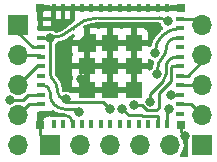
<source format=gbr>
%TF.GenerationSoftware,KiCad,Pcbnew,(6.0.2-0)*%
%TF.CreationDate,2022-05-01T12:34:24+01:00*%
%TF.ProjectId,Generic6,47656e65-7269-4633-962e-6b696361645f,1*%
%TF.SameCoordinates,Original*%
%TF.FileFunction,Copper,L1,Top*%
%TF.FilePolarity,Positive*%
%FSLAX46Y46*%
G04 Gerber Fmt 4.6, Leading zero omitted, Abs format (unit mm)*
G04 Created by KiCad (PCBNEW (6.0.2-0)) date 2022-05-01 12:34:24*
%MOMM*%
%LPD*%
G01*
G04 APERTURE LIST*
G04 Aperture macros list*
%AMOutline5P*
0 Free polygon, 5 corners , with rotation*
0 The origin of the aperture is its center*
0 number of corners: always 5*
0 $1 to $10 corner X, Y*
0 $11 Rotation angle, in degrees counterclockwise*
0 create outline with 5 corners*
4,1,5,$1,$2,$3,$4,$5,$6,$7,$8,$9,$10,$1,$2,$11*%
%AMOutline6P*
0 Free polygon, 6 corners , with rotation*
0 The origin of the aperture is its center*
0 number of corners: always 6*
0 $1 to $12 corner X, Y*
0 $13 Rotation angle, in degrees counterclockwise*
0 create outline with 6 corners*
4,1,6,$1,$2,$3,$4,$5,$6,$7,$8,$9,$10,$11,$12,$1,$2,$13*%
%AMOutline7P*
0 Free polygon, 7 corners , with rotation*
0 The origin of the aperture is its center*
0 number of corners: always 7*
0 $1 to $14 corner X, Y*
0 $15 Rotation angle, in degrees counterclockwise*
0 create outline with 7 corners*
4,1,7,$1,$2,$3,$4,$5,$6,$7,$8,$9,$10,$11,$12,$13,$14,$1,$2,$15*%
%AMOutline8P*
0 Free polygon, 8 corners , with rotation*
0 The origin of the aperture is its center*
0 number of corners: always 8*
0 $1 to $16 corner X, Y*
0 $17 Rotation angle, in degrees counterclockwise*
0 create outline with 8 corners*
4,1,8,$1,$2,$3,$4,$5,$6,$7,$8,$9,$10,$11,$12,$13,$14,$15,$16,$1,$2,$17*%
G04 Aperture macros list end*
%TA.AperFunction,ComponentPad*%
%ADD10R,1.700000X1.700000*%
%TD*%
%TA.AperFunction,ComponentPad*%
%ADD11O,1.700000X1.700000*%
%TD*%
%TA.AperFunction,SMDPad,CuDef*%
%ADD12R,0.800000X0.400000*%
%TD*%
%TA.AperFunction,SMDPad,CuDef*%
%ADD13R,0.400000X0.800000*%
%TD*%
%TA.AperFunction,SMDPad,CuDef*%
%ADD14R,1.450000X1.450000*%
%TD*%
%TA.AperFunction,SMDPad,CuDef*%
%ADD15Outline5P,-0.725000X0.130500X-0.130500X0.725000X0.725000X0.725000X0.725000X-0.725000X-0.725000X-0.725000X0.000000*%
%TD*%
%TA.AperFunction,SMDPad,CuDef*%
%ADD16R,0.700000X0.700000*%
%TD*%
%TA.AperFunction,ViaPad*%
%ADD17C,0.800000*%
%TD*%
%TA.AperFunction,Conductor*%
%ADD18C,0.250000*%
%TD*%
G04 APERTURE END LIST*
D10*
%TO.P,J3,1,Pin_1*%
%TO.N,IO1*%
X107800000Y-50900000D03*
D11*
%TO.P,J3,2,Pin_2*%
%TO.N,IO2*%
X107800000Y-48360000D03*
%TO.P,J3,3,Pin_3*%
%TO.N,IO3*%
X107800000Y-45820000D03*
%TO.P,J3,4,Pin_4*%
%TO.N,IO4*%
X107800000Y-43280000D03*
%TO.P,J3,5,Pin_5*%
%TO.N,IO5*%
X107800000Y-40740000D03*
%TD*%
D10*
%TO.P,J2,1,Pin_1*%
%TO.N,IO6*%
X92200000Y-40725000D03*
D11*
%TO.P,J2,2,Pin_2*%
%TO.N,IO7*%
X92200000Y-43265000D03*
%TO.P,J2,3,Pin_3*%
%TO.N,IO8*%
X92200000Y-45805000D03*
%TO.P,J2,4,Pin_4*%
%TO.N,IO9*%
X92200000Y-48345000D03*
%TO.P,J2,5,Pin_5*%
%TO.N,IO10*%
X92200000Y-50885000D03*
%TD*%
D12*
%TO.P,U1,1,GND*%
%TO.N,GND*%
X94100000Y-40193250D03*
%TO.P,U1,2,GND*%
X94100000Y-40993250D03*
%TO.P,U1,3,3V3*%
%TO.N,+3V3*%
X94100000Y-41793250D03*
%TO.P,U1,4,I36*%
%TO.N,IO6*%
X94100000Y-42593250D03*
%TO.P,U1,5,I37*%
%TO.N,IO7*%
X94100000Y-43393250D03*
%TO.P,U1,6,I38*%
%TO.N,IO8*%
X94100000Y-44193250D03*
%TO.P,U1,7,I39*%
%TO.N,unconnected-(U1-Pad7)*%
X94100000Y-44993250D03*
%TO.P,U1,8,EN*%
%TO.N,EN*%
X94100000Y-45793250D03*
%TO.P,U1,9,I34*%
%TO.N,IO10*%
X94100000Y-46593250D03*
%TO.P,U1,10,I35*%
%TO.N,IO9*%
X94100000Y-47393250D03*
%TO.P,U1,11,GND*%
%TO.N,GND*%
X94100000Y-48193250D03*
D13*
%TO.P,U1,12,IO32*%
%TO.N,unconnected-(U1-Pad12)*%
X95200000Y-49093250D03*
%TO.P,U1,13,IO33*%
%TO.N,unconnected-(U1-Pad13)*%
X96000000Y-49093250D03*
%TO.P,U1,14,GND*%
%TO.N,GND*%
X96800000Y-49093250D03*
%TO.P,U1,15,IO25*%
%TO.N,unconnected-(U1-Pad15)*%
X97600000Y-49093250D03*
%TO.P,U1,16,IO26*%
%TO.N,unconnected-(U1-Pad16)*%
X98400000Y-49093250D03*
%TO.P,U1,17,IO27*%
%TO.N,unconnected-(U1-Pad17)*%
X99200000Y-49093250D03*
%TO.P,U1,18,IO14*%
%TO.N,unconnected-(U1-Pad18)*%
X100000000Y-49093250D03*
%TO.P,U1,19,IO12*%
%TO.N,unconnected-(U1-Pad19)*%
X100800000Y-49093250D03*
%TO.P,U1,20,IO13*%
%TO.N,unconnected-(U1-Pad20)*%
X101600000Y-49093250D03*
%TO.P,U1,21,IO15*%
%TO.N,unconnected-(U1-Pad21)*%
X102400000Y-49093250D03*
%TO.P,U1,22,IO2*%
%TO.N,unconnected-(U1-Pad22)*%
X103200000Y-49093250D03*
%TO.P,U1,23,IO0*%
%TO.N,GPIO0*%
X104000000Y-49093250D03*
%TO.P,U1,24,IO4*%
%TO.N,IO1*%
X104800000Y-49093250D03*
D12*
%TO.P,U1,25,NC*%
%TO.N,unconnected-(U1-Pad25)*%
X105900000Y-48193250D03*
%TO.P,U1,26,IO20*%
%TO.N,IO2*%
X105900000Y-47393250D03*
%TO.P,U1,27,IO7*%
%TO.N,B*%
X105900000Y-46593250D03*
%TO.P,U1,28,IO8*%
%TO.N,IO3*%
X105900000Y-45793250D03*
%TO.P,U1,29,IO5*%
%TO.N,IO4*%
X105900000Y-44993250D03*
%TO.P,U1,30,RXD0*%
%TO.N,RX*%
X105900000Y-44193250D03*
%TO.P,U1,31,TXD0*%
%TO.N,TX*%
X105900000Y-43393250D03*
%TO.P,U1,32,NC*%
%TO.N,unconnected-(U1-Pad32)*%
X105900000Y-42593250D03*
%TO.P,U1,33,IO19*%
%TO.N,G*%
X105900000Y-41793250D03*
%TO.P,U1,34,IO22*%
%TO.N,R*%
X105900000Y-40993250D03*
%TO.P,U1,35,IO21*%
%TO.N,IO5*%
X105900000Y-40193250D03*
D13*
%TO.P,U1,36,GND*%
%TO.N,GND*%
X104800000Y-39293250D03*
%TO.P,U1,37,GND*%
X104000000Y-39293250D03*
%TO.P,U1,38,GND*%
X103200000Y-39293250D03*
%TO.P,U1,39,GND*%
X102400000Y-39293250D03*
%TO.P,U1,40,GND*%
X101600000Y-39293250D03*
%TO.P,U1,41,GND*%
X100800000Y-39293250D03*
%TO.P,U1,42,GND*%
X100000000Y-39293250D03*
%TO.P,U1,43,GND*%
X99200000Y-39293250D03*
%TO.P,U1,44,GND*%
X98400000Y-39293250D03*
%TO.P,U1,45,GND*%
X97600000Y-39293250D03*
%TO.P,U1,46,GND*%
X96800000Y-39293250D03*
%TO.P,U1,47,GND*%
X96000000Y-39293250D03*
%TO.P,U1,48,GND*%
X95200000Y-39293250D03*
D14*
%TO.P,U1,49,GND*%
X101975000Y-44193250D03*
X98025000Y-44193250D03*
X100000000Y-44193250D03*
X101975000Y-42218250D03*
X101975000Y-46168250D03*
D15*
X98025000Y-42218250D03*
D14*
X100000000Y-42218250D03*
X98025000Y-46168250D03*
X100000000Y-46168250D03*
D16*
%TO.P,U1,50,GND*%
X105950000Y-39243250D03*
%TO.P,U1,51,GND*%
X105950000Y-49143250D03*
%TO.P,U1,52,GND*%
X94050000Y-49143250D03*
%TO.P,U1,53,GND*%
X94050000Y-39243250D03*
%TD*%
D10*
%TO.P,J1,1,GND*%
%TO.N,GND*%
X94930000Y-50900000D03*
D11*
%TO.P,J1,2,0*%
%TO.N,GPIO0*%
X97470000Y-50900000D03*
%TO.P,J1,3,3V3*%
%TO.N,+3V3*%
X100010000Y-50900000D03*
%TO.P,J1,4,Rx*%
%TO.N,RX*%
X102550000Y-50900000D03*
%TO.P,J1,5,Tx*%
%TO.N,TX*%
X105090000Y-50900000D03*
%TD*%
D17*
%TO.N,IO10*%
X91499500Y-47076004D03*
%TO.N,IO1*%
X104927650Y-47771626D03*
%TO.N,GND*%
X106330718Y-50126609D03*
%TO.N,TX*%
X103400000Y-47194717D03*
%TO.N,RX*%
X102000000Y-47492752D03*
%TO.N,GPIO0*%
X101000000Y-47800000D03*
%TO.N,+3V3*%
X99987701Y-47812299D03*
%TO.N,GND*%
X97540500Y-45250000D03*
X95950000Y-40625000D03*
%TO.N,EN*%
X97350097Y-48050500D03*
%TO.N,R*%
X103800000Y-43050000D03*
%TO.N,G*%
X103989877Y-44851802D03*
%TO.N,B*%
X105104749Y-46631984D03*
%TO.N,+3V3*%
X96225500Y-47000000D03*
X104884187Y-40391384D03*
X94925000Y-41825000D03*
%TD*%
D18*
%TO.N,IO9*%
X94100000Y-47393250D02*
X93151750Y-47393250D01*
X93151750Y-47393250D02*
X92200000Y-48345000D01*
%TO.N,IO10*%
X94100000Y-46593250D02*
X93072760Y-46593250D01*
X93072760Y-46593250D02*
X92590006Y-47076004D01*
X92590006Y-47076004D02*
X91499500Y-47076004D01*
%TO.N,IO8*%
X94100000Y-44193250D02*
X93811750Y-44193250D01*
X93811750Y-44193250D02*
X92200000Y-45805000D01*
%TO.N,IO7*%
X92200000Y-43265000D02*
X93971750Y-43265000D01*
X93971750Y-43265000D02*
X94100000Y-43393250D01*
%TO.N,IO6*%
X92200000Y-40725000D02*
X92200000Y-41343250D01*
X92200000Y-41343250D02*
X93450000Y-42593250D01*
X93450000Y-42593250D02*
X94100000Y-42593250D01*
%TO.N,IO1*%
X104800000Y-49093250D02*
X104800000Y-47899276D01*
X104800000Y-47899276D02*
X104927650Y-47771626D01*
%TO.N,GND*%
X105950000Y-49745891D02*
X106330718Y-50126609D01*
X105950000Y-49143250D02*
X105950000Y-49745891D01*
%TO.N,IO2*%
X105900000Y-47393250D02*
X106833250Y-47393250D01*
X106833250Y-47393250D02*
X107800000Y-48360000D01*
%TO.N,IO3*%
X105900000Y-45793250D02*
X107773250Y-45793250D01*
X107773250Y-45793250D02*
X107800000Y-45820000D01*
%TO.N,IO4*%
X105900000Y-44993250D02*
X106550000Y-44993250D01*
X106550000Y-44993250D02*
X107800000Y-43743250D01*
X107800000Y-43743250D02*
X107800000Y-43280000D01*
%TO.N,IO5*%
X105900000Y-40193250D02*
X107253250Y-40193250D01*
X107253250Y-40193250D02*
X107800000Y-40740000D01*
%TO.N,B*%
X105143483Y-46593250D02*
X105104749Y-46631984D01*
X105900000Y-46593250D02*
X105143483Y-46593250D01*
%TO.N,TX*%
X104720561Y-44850573D02*
G75*
G02*
X104487714Y-45412714I-794988J0D01*
G01*
X105647874Y-43393250D02*
G75*
G03*
X104720562Y-44320562I-1J-927311D01*
G01*
X103400000Y-47194717D02*
X103400000Y-46500430D01*
X103400000Y-46500430D02*
X104487715Y-45412715D01*
X104720562Y-44850573D02*
X104720562Y-44320562D01*
X105647874Y-43393250D02*
X105900000Y-43393250D01*
%TO.N,GPIO0*%
X104000000Y-49093250D02*
X104000000Y-48443250D01*
X104000000Y-48443250D02*
X103925489Y-48368739D01*
X102687938Y-48348242D02*
X101548242Y-48348242D01*
X103925489Y-48368739D02*
X102708434Y-48368738D01*
X102708434Y-48368738D02*
X102687938Y-48348242D01*
X101548242Y-48348242D02*
X101000000Y-47800000D01*
%TO.N,RX*%
X105175489Y-44267761D02*
X105250000Y-44193250D01*
X104124501Y-47700099D02*
X104124501Y-46454463D01*
X103905372Y-47919228D02*
X104124501Y-47700099D01*
X105175489Y-45403475D02*
X105175489Y-44267761D01*
X104124501Y-46454463D02*
X105175489Y-45403475D01*
X102000000Y-47492752D02*
X102668152Y-47492752D01*
X102668152Y-47492752D02*
X103094627Y-47919227D01*
X105250000Y-44193250D02*
X105900000Y-44193250D01*
X103094627Y-47919227D02*
X103905372Y-47919228D01*
%TO.N,+3V3*%
X96225500Y-47000000D02*
X96443261Y-47217761D01*
X96443261Y-47217761D02*
X99393163Y-47217761D01*
X99393163Y-47217761D02*
X99987701Y-47812299D01*
%TO.N,EN*%
X97324499Y-48024902D02*
X97350097Y-48050500D01*
X96100000Y-47800000D02*
X97058883Y-47800000D01*
X94100000Y-45793250D02*
X94293250Y-45793250D01*
X96100000Y-47800000D02*
G75*
G02*
X94900000Y-46600000I0J1200000D01*
G01*
X97324498Y-47960150D02*
G75*
G03*
X97058883Y-47800001I-268188J-144461D01*
G01*
X94900000Y-46400000D02*
X94900000Y-46600000D01*
X94900000Y-46400000D02*
G75*
G03*
X94293250Y-45793250I-606750J0D01*
G01*
X97324499Y-47960149D02*
X97324499Y-48024902D01*
%TO.N,GND*%
X94050000Y-49143250D02*
X94050000Y-50020000D01*
X96800000Y-49093250D02*
X96800000Y-49000000D01*
X94050000Y-50020000D02*
X94930000Y-50900000D01*
X96100000Y-48300000D02*
X94893250Y-48300000D01*
X94050000Y-49143250D02*
G75*
G02*
X94893250Y-48300000I843249J1D01*
G01*
X96100000Y-48300000D02*
G75*
G02*
X96800000Y-49000000I1J-699999D01*
G01*
%TO.N,R*%
X103800000Y-43050000D02*
X103800000Y-43013172D01*
X104375000Y-41625000D02*
X104375127Y-41624873D01*
X105900000Y-40993251D02*
G75*
G03*
X104375128Y-41624874I3J-2156503D01*
G01*
X104375000Y-41625000D02*
G75*
G03*
X103800000Y-43013172I1388165J-1388170D01*
G01*
%TO.N,G*%
X105600355Y-41793250D02*
X105900000Y-41793250D01*
X103989877Y-44851802D02*
X103989877Y-44485099D01*
X104750001Y-42650000D02*
G75*
G02*
X105002262Y-42040990I861273J-1D01*
G01*
X105600355Y-41793251D02*
G75*
G03*
X105002262Y-42040990I-3J-845824D01*
G01*
X104414407Y-43460193D02*
G75*
G03*
X104750000Y-42650000I-810197J810195D01*
G01*
X104414407Y-43460193D02*
G75*
G03*
X103989877Y-44485099I1024909J-1024907D01*
G01*
%TO.N,+3V3*%
X96800000Y-41000000D02*
X96833794Y-40966206D01*
X95500000Y-46100000D02*
X95500000Y-46274500D01*
X94100000Y-41793250D02*
X94706750Y-41793250D01*
X95200000Y-45400000D02*
X95217157Y-45417157D01*
X98925000Y-40100000D02*
X104180724Y-40100000D01*
X94925000Y-41825000D02*
X94925000Y-44736092D01*
X94706750Y-41793250D02*
X94884926Y-41793250D01*
X98925000Y-40100000D02*
G75*
G03*
X96833794Y-40966206I1J-2957414D01*
G01*
X96800000Y-41000000D02*
G75*
G02*
X94884926Y-41793250I-1915073J1915071D01*
G01*
X104884187Y-40391384D02*
G75*
G03*
X104180724Y-40100000I-703467J-703473D01*
G01*
X95499999Y-46100000D02*
G75*
G03*
X95217156Y-45417158I-965690J-2D01*
G01*
X96225500Y-47000000D02*
G75*
G02*
X95500000Y-46274500I0J725500D01*
G01*
X95200000Y-45400000D02*
G75*
G02*
X94925000Y-44736092I663907J663908D01*
G01*
%TD*%
%TA.AperFunction,Conductor*%
%TO.N,GND*%
G36*
X106562946Y-50015905D02*
G01*
X106597075Y-50078160D01*
X106600000Y-50105150D01*
X106600000Y-51720000D01*
X106579998Y-51788121D01*
X106526342Y-51834614D01*
X106474000Y-51846000D01*
X106008575Y-51846000D01*
X105940454Y-51825998D01*
X105893961Y-51772342D01*
X105883857Y-51702068D01*
X105911701Y-51639431D01*
X106000449Y-51532724D01*
X106000456Y-51532714D01*
X106004147Y-51528276D01*
X106103334Y-51351165D01*
X106105190Y-51345698D01*
X106105192Y-51345693D01*
X106166728Y-51164414D01*
X106166729Y-51164409D01*
X106168584Y-51158945D01*
X106169412Y-51153236D01*
X106169413Y-51153231D01*
X106197179Y-50961727D01*
X106197712Y-50958053D01*
X106199232Y-50900000D01*
X106180658Y-50697859D01*
X106179090Y-50692299D01*
X106127125Y-50508046D01*
X106127124Y-50508044D01*
X106125557Y-50502487D01*
X106114978Y-50481033D01*
X106038331Y-50325609D01*
X106035776Y-50320428D01*
X105947818Y-50202638D01*
X105923086Y-50136088D01*
X105938260Y-50066732D01*
X105988522Y-50016590D01*
X106048776Y-50001249D01*
X106344669Y-50001249D01*
X106351490Y-50000879D01*
X106402352Y-49995355D01*
X106417603Y-49991729D01*
X106429770Y-49987168D01*
X106500577Y-49981985D01*
X106562946Y-50015905D01*
G37*
%TD.AperFunction*%
%TA.AperFunction,Conductor*%
G36*
X95175405Y-47887272D02*
G01*
X95206881Y-47904460D01*
X95243876Y-47932154D01*
X95247830Y-47934313D01*
X95431212Y-48034447D01*
X95442176Y-48040434D01*
X95446388Y-48042005D01*
X95649659Y-48117822D01*
X95649665Y-48117824D01*
X95653867Y-48119391D01*
X95658253Y-48120345D01*
X95658256Y-48120346D01*
X95718833Y-48133524D01*
X95874639Y-48167417D01*
X95879123Y-48167738D01*
X95879125Y-48167738D01*
X96030577Y-48178570D01*
X96033849Y-48179037D01*
X96033851Y-48179018D01*
X96036712Y-48179266D01*
X96036717Y-48179266D01*
X96039416Y-48179500D01*
X96042123Y-48179500D01*
X96044019Y-48179582D01*
X96047558Y-48179785D01*
X96075340Y-48181771D01*
X96086602Y-48182577D01*
X96087501Y-48182680D01*
X96088045Y-48182680D01*
X96091988Y-48182962D01*
X96100000Y-48184231D01*
X96100752Y-48184112D01*
X96163996Y-48202682D01*
X96210489Y-48256338D01*
X96220593Y-48326612D01*
X96196705Y-48384240D01*
X96193655Y-48388310D01*
X96136797Y-48430828D01*
X96092825Y-48438750D01*
X95795059Y-48438751D01*
X95774934Y-48438751D01*
X95739182Y-48445862D01*
X95712874Y-48451094D01*
X95712872Y-48451095D01*
X95700699Y-48453516D01*
X95690379Y-48460411D01*
X95690378Y-48460412D01*
X95670002Y-48474027D01*
X95602249Y-48495242D01*
X95529998Y-48474027D01*
X95509621Y-48460411D01*
X95509618Y-48460410D01*
X95499301Y-48453516D01*
X95425067Y-48438750D01*
X95403802Y-48438750D01*
X95099712Y-48438751D01*
X95031593Y-48418749D01*
X95017201Y-48407976D01*
X95002135Y-48394921D01*
X94994452Y-48393250D01*
X94322115Y-48393250D01*
X94306876Y-48397725D01*
X94305671Y-48399115D01*
X94304000Y-48406798D01*
X94304000Y-49271250D01*
X94283998Y-49339371D01*
X94230342Y-49385864D01*
X94178000Y-49397250D01*
X93922000Y-49397250D01*
X93853879Y-49377248D01*
X93807386Y-49323592D01*
X93796000Y-49271250D01*
X93796000Y-48364790D01*
X93816002Y-48296669D01*
X93869658Y-48250176D01*
X93886503Y-48243894D01*
X93897124Y-48240776D01*
X93898329Y-48239385D01*
X93900000Y-48231702D01*
X93900000Y-48119250D01*
X93920002Y-48051129D01*
X93973658Y-48004636D01*
X94026000Y-47993250D01*
X94989884Y-47993250D01*
X95005123Y-47988775D01*
X95006329Y-47987383D01*
X95008252Y-47978544D01*
X95042277Y-47916232D01*
X95104589Y-47882207D01*
X95175405Y-47887272D01*
G37*
%TD.AperFunction*%
%TA.AperFunction,Conductor*%
G36*
X104199510Y-40499502D02*
G01*
X104246003Y-40553158D01*
X104249715Y-40562200D01*
X104294128Y-40683567D01*
X104294130Y-40683571D01*
X104296740Y-40690703D01*
X104300976Y-40697006D01*
X104300976Y-40697007D01*
X104361708Y-40787385D01*
X104385095Y-40822189D01*
X104450183Y-40881414D01*
X104487106Y-40942054D01*
X104485383Y-41013030D01*
X104445561Y-41071807D01*
X104438297Y-41077369D01*
X104371217Y-41124965D01*
X104316342Y-41163901D01*
X104313719Y-41166245D01*
X104313709Y-41166253D01*
X104114942Y-41343881D01*
X104114939Y-41343885D01*
X104109333Y-41348895D01*
X104103435Y-41353180D01*
X104103382Y-41353254D01*
X104103308Y-41353307D01*
X104097356Y-41361499D01*
X104095336Y-41363505D01*
X104093013Y-41366386D01*
X103928712Y-41550238D01*
X103776450Y-41764831D01*
X103649172Y-41995123D01*
X103647820Y-41998386D01*
X103647818Y-41998391D01*
X103573946Y-42176734D01*
X103548479Y-42238217D01*
X103494126Y-42426880D01*
X103456048Y-42486800D01*
X103442034Y-42496340D01*
X103442446Y-42496946D01*
X103436158Y-42501219D01*
X103429414Y-42504700D01*
X103423697Y-42509687D01*
X103423690Y-42509692D01*
X103404787Y-42526183D01*
X103340306Y-42555892D01*
X103269998Y-42546023D01*
X103216187Y-42499710D01*
X103205825Y-42477118D01*
X103202135Y-42473921D01*
X103194452Y-42472250D01*
X102247115Y-42472250D01*
X102231876Y-42476725D01*
X102230671Y-42478115D01*
X102229000Y-42485798D01*
X102229000Y-43921135D01*
X102233475Y-43936374D01*
X102234865Y-43937579D01*
X102242548Y-43939250D01*
X103189884Y-43939250D01*
X103205123Y-43934775D01*
X103206328Y-43933385D01*
X103207999Y-43925702D01*
X103207999Y-43681126D01*
X103228001Y-43613005D01*
X103281657Y-43566512D01*
X103351931Y-43556408D01*
X103406989Y-43578420D01*
X103412457Y-43582306D01*
X103418076Y-43587419D01*
X103424749Y-43591042D01*
X103424753Y-43591045D01*
X103504747Y-43634478D01*
X103557293Y-43663008D01*
X103602471Y-43674860D01*
X103637350Y-43684011D01*
X103698165Y-43720645D01*
X103729520Y-43784343D01*
X103724689Y-43846388D01*
X103695158Y-43933385D01*
X103668906Y-44010720D01*
X103622133Y-44245863D01*
X103621864Y-44249971D01*
X103621863Y-44249977D01*
X103621516Y-44255277D01*
X103597102Y-44321944D01*
X103578619Y-44341983D01*
X103499916Y-44410640D01*
X103495551Y-44416850D01*
X103495548Y-44416854D01*
X103433014Y-44505831D01*
X103377479Y-44550063D01*
X103306847Y-44557248D01*
X103243543Y-44525106D01*
X103209031Y-44468877D01*
X103203525Y-44450126D01*
X103202135Y-44448921D01*
X103194452Y-44447250D01*
X102247115Y-44447250D01*
X102231876Y-44451725D01*
X102230671Y-44453115D01*
X102229000Y-44460798D01*
X102229000Y-46296250D01*
X102208998Y-46364371D01*
X102155342Y-46410864D01*
X102103000Y-46422250D01*
X96810116Y-46422250D01*
X96794877Y-46426725D01*
X96778603Y-46445506D01*
X96718877Y-46483890D01*
X96647880Y-46483890D01*
X96611471Y-46466461D01*
X96607446Y-46463664D01*
X96601775Y-46458611D01*
X96461774Y-46384484D01*
X96308133Y-46345892D01*
X96300534Y-46345852D01*
X96300533Y-46345852D01*
X96234681Y-46345507D01*
X96149721Y-46345062D01*
X96142341Y-46346834D01*
X96142339Y-46346834D01*
X96086675Y-46360198D01*
X96037262Y-46372061D01*
X95966355Y-46368514D01*
X95908621Y-46327194D01*
X95883400Y-46269254D01*
X95881051Y-46254424D01*
X95879500Y-46234712D01*
X95879500Y-46139787D01*
X95881051Y-46120076D01*
X95882680Y-46109791D01*
X95884231Y-46099999D01*
X95881985Y-46085816D01*
X95880704Y-46074348D01*
X95871122Y-45928153D01*
X95871121Y-45928146D01*
X95870852Y-45924041D01*
X95868905Y-45914250D01*
X95865302Y-45896135D01*
X96792000Y-45896135D01*
X96796475Y-45911374D01*
X96797865Y-45912579D01*
X96805548Y-45914250D01*
X97752885Y-45914250D01*
X97768124Y-45909775D01*
X97769329Y-45908385D01*
X97771000Y-45900702D01*
X97771000Y-45896135D01*
X98279000Y-45896135D01*
X98283475Y-45911374D01*
X98284865Y-45912579D01*
X98292548Y-45914250D01*
X99727885Y-45914250D01*
X99743124Y-45909775D01*
X99744329Y-45908385D01*
X99746000Y-45900702D01*
X99746000Y-45896135D01*
X100254000Y-45896135D01*
X100258475Y-45911374D01*
X100259865Y-45912579D01*
X100267548Y-45914250D01*
X101702885Y-45914250D01*
X101718124Y-45909775D01*
X101719329Y-45908385D01*
X101721000Y-45900702D01*
X101721000Y-44465365D01*
X101716525Y-44450126D01*
X101715135Y-44448921D01*
X101707452Y-44447250D01*
X100272115Y-44447250D01*
X100256876Y-44451725D01*
X100255671Y-44453115D01*
X100254000Y-44460798D01*
X100254000Y-45896135D01*
X99746000Y-45896135D01*
X99746000Y-44465365D01*
X99741525Y-44450126D01*
X99740135Y-44448921D01*
X99732452Y-44447250D01*
X98297115Y-44447250D01*
X98281876Y-44451725D01*
X98280671Y-44453115D01*
X98279000Y-44460798D01*
X98279000Y-45896135D01*
X97771000Y-45896135D01*
X97771000Y-44465365D01*
X97766525Y-44450126D01*
X97765135Y-44448921D01*
X97757452Y-44447250D01*
X96810116Y-44447250D01*
X96794877Y-44451725D01*
X96793672Y-44453115D01*
X96792001Y-44460798D01*
X96792001Y-44962919D01*
X96792371Y-44969740D01*
X96797895Y-45020602D01*
X96801522Y-45035856D01*
X96839259Y-45136521D01*
X96844442Y-45207328D01*
X96839259Y-45224979D01*
X96801522Y-45325641D01*
X96797895Y-45340899D01*
X96792369Y-45391764D01*
X96792000Y-45398578D01*
X96792000Y-45896135D01*
X95865302Y-45896135D01*
X95837256Y-45755143D01*
X95837254Y-45755137D01*
X95836450Y-45751093D01*
X95798892Y-45640449D01*
X95781095Y-45588022D01*
X95781094Y-45588021D01*
X95779769Y-45584116D01*
X95701778Y-45425965D01*
X95603811Y-45279347D01*
X95537138Y-45203320D01*
X95532607Y-45197318D01*
X95531938Y-45195925D01*
X95528344Y-45191650D01*
X95519559Y-45182865D01*
X95513921Y-45176846D01*
X95504492Y-45166094D01*
X95497290Y-45157080D01*
X95494680Y-45153487D01*
X95494674Y-45153481D01*
X95488850Y-45145465D01*
X95480829Y-45139638D01*
X95477520Y-45136329D01*
X95471692Y-45128307D01*
X95463673Y-45122481D01*
X95456656Y-45115463D01*
X95457119Y-45115000D01*
X95446349Y-45104848D01*
X95406650Y-45056475D01*
X95392927Y-45035937D01*
X95352933Y-44961114D01*
X95343481Y-44938294D01*
X95318851Y-44857100D01*
X95314032Y-44832874D01*
X95307899Y-44770602D01*
X95308335Y-44755803D01*
X95307680Y-44755803D01*
X95307680Y-44745885D01*
X95309231Y-44736092D01*
X95306051Y-44716014D01*
X95304500Y-44696304D01*
X95304500Y-43921135D01*
X96792000Y-43921135D01*
X96796475Y-43936374D01*
X96797865Y-43937579D01*
X96805548Y-43939250D01*
X97752885Y-43939250D01*
X97768124Y-43934775D01*
X97769329Y-43933385D01*
X97771000Y-43925702D01*
X97771000Y-43921135D01*
X98279000Y-43921135D01*
X98283475Y-43936374D01*
X98284865Y-43937579D01*
X98292548Y-43939250D01*
X99727885Y-43939250D01*
X99743124Y-43934775D01*
X99744329Y-43933385D01*
X99746000Y-43925702D01*
X99746000Y-43921135D01*
X100254000Y-43921135D01*
X100258475Y-43936374D01*
X100259865Y-43937579D01*
X100267548Y-43939250D01*
X101702885Y-43939250D01*
X101718124Y-43934775D01*
X101719329Y-43933385D01*
X101721000Y-43925702D01*
X101721000Y-42490365D01*
X101716525Y-42475126D01*
X101715135Y-42473921D01*
X101707452Y-42472250D01*
X100272115Y-42472250D01*
X100256876Y-42476725D01*
X100255671Y-42478115D01*
X100254000Y-42485798D01*
X100254000Y-43921135D01*
X99746000Y-43921135D01*
X99746000Y-42490365D01*
X99741525Y-42475126D01*
X99740135Y-42473921D01*
X99732452Y-42472250D01*
X98297115Y-42472250D01*
X98281876Y-42476725D01*
X98280671Y-42478115D01*
X98279000Y-42485798D01*
X98279000Y-43921135D01*
X97771000Y-43921135D01*
X97771000Y-42490365D01*
X97766525Y-42475126D01*
X97765135Y-42473921D01*
X97757452Y-42472250D01*
X96810115Y-42472250D01*
X96794876Y-42476725D01*
X96793671Y-42478115D01*
X96792000Y-42485798D01*
X96792001Y-42987919D01*
X96792371Y-42994740D01*
X96797895Y-43045602D01*
X96801522Y-43060856D01*
X96839259Y-43161521D01*
X96844442Y-43232328D01*
X96839259Y-43249979D01*
X96801522Y-43350641D01*
X96797895Y-43365899D01*
X96792369Y-43416764D01*
X96792000Y-43423578D01*
X96792000Y-43921135D01*
X95304500Y-43921135D01*
X95304500Y-42419730D01*
X95324502Y-42351609D01*
X95348669Y-42323919D01*
X95404536Y-42276204D01*
X95410314Y-42271269D01*
X95501440Y-42144454D01*
X95557433Y-42100808D01*
X95573145Y-42095758D01*
X95714420Y-42060370D01*
X95782355Y-42043353D01*
X95785252Y-42042316D01*
X95785260Y-42042314D01*
X95917149Y-41995123D01*
X96068010Y-41941144D01*
X96257054Y-41851733D01*
X96339490Y-41812744D01*
X96339493Y-41812742D01*
X96342272Y-41811428D01*
X96359806Y-41800919D01*
X96599848Y-41657043D01*
X96599857Y-41657037D01*
X96602498Y-41655454D01*
X96822843Y-41492035D01*
X96889473Y-41467521D01*
X96958779Y-41482922D01*
X97008757Y-41533348D01*
X97023539Y-41602788D01*
X96998431Y-41669197D01*
X96986996Y-41682334D01*
X96914164Y-41755166D01*
X96908899Y-41761140D01*
X96863418Y-41819826D01*
X96855024Y-41834298D01*
X96805892Y-41953206D01*
X96805741Y-41953777D01*
X96806842Y-41960569D01*
X96819808Y-41964250D01*
X97752885Y-41964250D01*
X97768124Y-41959775D01*
X97769329Y-41958385D01*
X97771000Y-41950702D01*
X97771000Y-41946135D01*
X98279000Y-41946135D01*
X98283475Y-41961374D01*
X98284865Y-41962579D01*
X98292548Y-41964250D01*
X99727885Y-41964250D01*
X99743124Y-41959775D01*
X99744329Y-41958385D01*
X99746000Y-41950702D01*
X99746000Y-41946135D01*
X100254000Y-41946135D01*
X100258475Y-41961374D01*
X100259865Y-41962579D01*
X100267548Y-41964250D01*
X101702885Y-41964250D01*
X101718124Y-41959775D01*
X101719329Y-41958385D01*
X101721000Y-41950702D01*
X101721000Y-41946135D01*
X102229000Y-41946135D01*
X102233475Y-41961374D01*
X102234865Y-41962579D01*
X102242548Y-41964250D01*
X103189884Y-41964250D01*
X103205123Y-41959775D01*
X103206328Y-41958385D01*
X103207999Y-41950702D01*
X103207999Y-41448581D01*
X103207629Y-41441760D01*
X103202105Y-41390898D01*
X103198479Y-41375646D01*
X103153324Y-41255196D01*
X103144786Y-41239601D01*
X103068285Y-41137526D01*
X103055724Y-41124965D01*
X102953649Y-41048464D01*
X102938054Y-41039926D01*
X102817606Y-40994772D01*
X102802351Y-40991145D01*
X102751486Y-40985619D01*
X102744672Y-40985250D01*
X102247115Y-40985250D01*
X102231876Y-40989725D01*
X102230671Y-40991115D01*
X102229000Y-40998798D01*
X102229000Y-41946135D01*
X101721000Y-41946135D01*
X101721000Y-41003366D01*
X101716525Y-40988127D01*
X101715135Y-40986922D01*
X101707452Y-40985251D01*
X101205331Y-40985251D01*
X101198510Y-40985621D01*
X101147648Y-40991145D01*
X101132394Y-40994772D01*
X101031729Y-41032509D01*
X100960922Y-41037692D01*
X100943271Y-41032509D01*
X100842609Y-40994772D01*
X100827351Y-40991145D01*
X100776486Y-40985619D01*
X100769672Y-40985250D01*
X100272115Y-40985250D01*
X100256876Y-40989725D01*
X100255671Y-40991115D01*
X100254000Y-40998798D01*
X100254000Y-41946135D01*
X99746000Y-41946135D01*
X99746000Y-41003366D01*
X99741525Y-40988127D01*
X99740135Y-40986922D01*
X99732452Y-40985251D01*
X99230331Y-40985251D01*
X99223510Y-40985621D01*
X99172648Y-40991145D01*
X99157394Y-40994772D01*
X99056729Y-41032509D01*
X98985922Y-41037692D01*
X98968271Y-41032509D01*
X98867609Y-40994772D01*
X98852351Y-40991145D01*
X98801486Y-40985619D01*
X98794673Y-40985250D01*
X98297115Y-40985251D01*
X98281876Y-40989726D01*
X98280671Y-40991116D01*
X98279000Y-40998799D01*
X98279000Y-41946135D01*
X97771000Y-41946135D01*
X97771000Y-41013741D01*
X97766525Y-40998502D01*
X97752936Y-40986726D01*
X97723624Y-40973043D01*
X97685741Y-40912998D01*
X97686335Y-40842004D01*
X97725217Y-40782601D01*
X97745981Y-40768234D01*
X97781540Y-40748581D01*
X97800296Y-40738215D01*
X97813019Y-40732088D01*
X97930159Y-40683567D01*
X98067031Y-40626873D01*
X98080368Y-40622206D01*
X98344562Y-40546093D01*
X98358337Y-40542949D01*
X98547218Y-40510856D01*
X98629395Y-40496893D01*
X98643427Y-40495312D01*
X98791298Y-40487008D01*
X98889490Y-40481494D01*
X98912945Y-40482679D01*
X98915203Y-40482679D01*
X98925000Y-40484231D01*
X98934793Y-40482680D01*
X98934794Y-40482680D01*
X98945077Y-40481051D01*
X98964788Y-40479500D01*
X104131389Y-40479500D01*
X104199510Y-40499502D01*
G37*
%TD.AperFunction*%
%TA.AperFunction,Conductor*%
G36*
X94896581Y-39009252D02*
G01*
X94943074Y-39062908D01*
X94949356Y-39079753D01*
X94952474Y-39090374D01*
X94953865Y-39091579D01*
X94961548Y-39093250D01*
X105033885Y-39093250D01*
X105049124Y-39088775D01*
X105051292Y-39086274D01*
X105084117Y-39026156D01*
X105146429Y-38992130D01*
X105173214Y-38989250D01*
X106078000Y-38989250D01*
X106146121Y-39009252D01*
X106192614Y-39062908D01*
X106204000Y-39115250D01*
X106204000Y-39371250D01*
X106183998Y-39439371D01*
X106130342Y-39485864D01*
X106078000Y-39497250D01*
X105070388Y-39497250D01*
X105043605Y-39494371D01*
X105038452Y-39493250D01*
X97018115Y-39493250D01*
X97002876Y-39497725D01*
X97001671Y-39499115D01*
X97000000Y-39506798D01*
X97000000Y-40183134D01*
X97010794Y-40219895D01*
X97010794Y-40290892D01*
X96972410Y-40350618D01*
X96964956Y-40356597D01*
X96846115Y-40444736D01*
X96805533Y-40474834D01*
X96567403Y-40690662D01*
X96562102Y-40694514D01*
X96556274Y-40702536D01*
X96549266Y-40709544D01*
X96548639Y-40708917D01*
X96542715Y-40714842D01*
X96543341Y-40715468D01*
X96536328Y-40722481D01*
X96528308Y-40728308D01*
X96522482Y-40736327D01*
X96520885Y-40737924D01*
X96505135Y-40755351D01*
X96342195Y-40900964D01*
X96331154Y-40909768D01*
X96129702Y-41052705D01*
X96117739Y-41060222D01*
X96057750Y-41093377D01*
X95901555Y-41179703D01*
X95888832Y-41185830D01*
X95660623Y-41280357D01*
X95647292Y-41285022D01*
X95453817Y-41340761D01*
X95382821Y-41340398D01*
X95335119Y-41313763D01*
X95306951Y-41288667D01*
X95306946Y-41288663D01*
X95301275Y-41283611D01*
X95293889Y-41279700D01*
X95218155Y-41239601D01*
X95161274Y-41209484D01*
X95007633Y-41170892D01*
X95000034Y-41170852D01*
X95000033Y-41170852D01*
X94934181Y-41170507D01*
X94849221Y-41170062D01*
X94841841Y-41171834D01*
X94841839Y-41171834D01*
X94767135Y-41189769D01*
X94737721Y-41193250D01*
X94026000Y-41193250D01*
X93957879Y-41173248D01*
X93911386Y-41119592D01*
X93900000Y-41067250D01*
X93900000Y-40775135D01*
X94300000Y-40775135D01*
X94304475Y-40790374D01*
X94305865Y-40791579D01*
X94313548Y-40793250D01*
X94989884Y-40793250D01*
X95005123Y-40788775D01*
X95006328Y-40787385D01*
X95007999Y-40779702D01*
X95007999Y-40748581D01*
X95007629Y-40741760D01*
X95002105Y-40690898D01*
X94998479Y-40675647D01*
X94984171Y-40637480D01*
X94978988Y-40566673D01*
X94984171Y-40549020D01*
X94998478Y-40510856D01*
X95002105Y-40495601D01*
X95007631Y-40444736D01*
X95008000Y-40437922D01*
X95008000Y-40411365D01*
X95003525Y-40396126D01*
X95002135Y-40394921D01*
X94994452Y-40393250D01*
X94318115Y-40393250D01*
X94302876Y-40397725D01*
X94301671Y-40399115D01*
X94300000Y-40406798D01*
X94300000Y-40775135D01*
X93900000Y-40775135D01*
X93900000Y-40183134D01*
X95400000Y-40183134D01*
X95404475Y-40198373D01*
X95405865Y-40199578D01*
X95413548Y-40201249D01*
X95444669Y-40201249D01*
X95451490Y-40200879D01*
X95502352Y-40195355D01*
X95517603Y-40191729D01*
X95555770Y-40177421D01*
X95626577Y-40172238D01*
X95644230Y-40177421D01*
X95682394Y-40191728D01*
X95697649Y-40195355D01*
X95748514Y-40200881D01*
X95755328Y-40201250D01*
X95781885Y-40201250D01*
X95797124Y-40196775D01*
X95798329Y-40195385D01*
X95800000Y-40187702D01*
X95800000Y-40183134D01*
X96200000Y-40183134D01*
X96204475Y-40198373D01*
X96205865Y-40199578D01*
X96213548Y-40201249D01*
X96244669Y-40201249D01*
X96251490Y-40200879D01*
X96302352Y-40195355D01*
X96317603Y-40191729D01*
X96355770Y-40177421D01*
X96426577Y-40172238D01*
X96444230Y-40177421D01*
X96482394Y-40191728D01*
X96497649Y-40195355D01*
X96548514Y-40200881D01*
X96555328Y-40201250D01*
X96581885Y-40201250D01*
X96597124Y-40196775D01*
X96598329Y-40195385D01*
X96600000Y-40187702D01*
X96600000Y-39511365D01*
X96595525Y-39496126D01*
X96594135Y-39494921D01*
X96586452Y-39493250D01*
X96218115Y-39493250D01*
X96202876Y-39497725D01*
X96201671Y-39499115D01*
X96200000Y-39506798D01*
X96200000Y-40183134D01*
X95800000Y-40183134D01*
X95800000Y-39511365D01*
X95795525Y-39496126D01*
X95794135Y-39494921D01*
X95786452Y-39493250D01*
X95418115Y-39493250D01*
X95402876Y-39497725D01*
X95401671Y-39499115D01*
X95400000Y-39506798D01*
X95400000Y-40183134D01*
X93900000Y-40183134D01*
X93900000Y-40159365D01*
X93895525Y-40144126D01*
X93893024Y-40141958D01*
X93832906Y-40109133D01*
X93798880Y-40046821D01*
X93796000Y-40020036D01*
X93796000Y-39975135D01*
X94304000Y-39975135D01*
X94308475Y-39990374D01*
X94309865Y-39991579D01*
X94317548Y-39993250D01*
X94981885Y-39993250D01*
X94997124Y-39988775D01*
X94998329Y-39987385D01*
X95000000Y-39979702D01*
X95000000Y-39511365D01*
X94995525Y-39496126D01*
X94994135Y-39494921D01*
X94986452Y-39493250D01*
X94962197Y-39493250D01*
X94934377Y-39497250D01*
X94322115Y-39497250D01*
X94306876Y-39501725D01*
X94305671Y-39503115D01*
X94304000Y-39510798D01*
X94304000Y-39975135D01*
X93796000Y-39975135D01*
X93796000Y-39115250D01*
X93816002Y-39047129D01*
X93869658Y-39000636D01*
X93922000Y-38989250D01*
X94828460Y-38989250D01*
X94896581Y-39009252D01*
G37*
%TD.AperFunction*%
%TD*%
M02*

</source>
